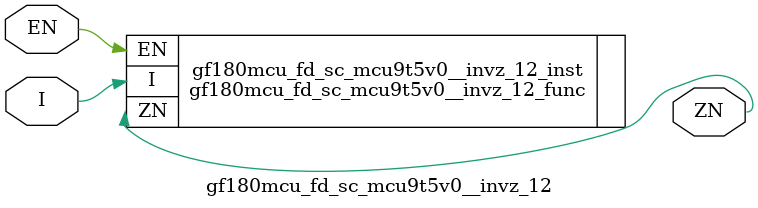
<source format=v>

module gf180mcu_fd_sc_mcu9t5v0__invz_12( EN, I, ZN );
input EN, I;
output ZN;

   `ifdef FUNCTIONAL  //  functional //

	gf180mcu_fd_sc_mcu9t5v0__invz_12_func gf180mcu_fd_sc_mcu9t5v0__invz_12_behav_inst(.EN(EN),.I(I),.ZN(ZN));

   `else

	gf180mcu_fd_sc_mcu9t5v0__invz_12_func gf180mcu_fd_sc_mcu9t5v0__invz_12_inst(.EN(EN),.I(I),.ZN(ZN));

	// spec_gates_begin


	// spec_gates_end



   specify

	// specify_block_begin

	// comb arc EN --> ZN
	 (EN => ZN) = (1.0,1.0);

	// comb arc I --> ZN
	 (I => ZN) = (1.0,1.0);

	// specify_block_end

   endspecify

   `endif

endmodule

</source>
